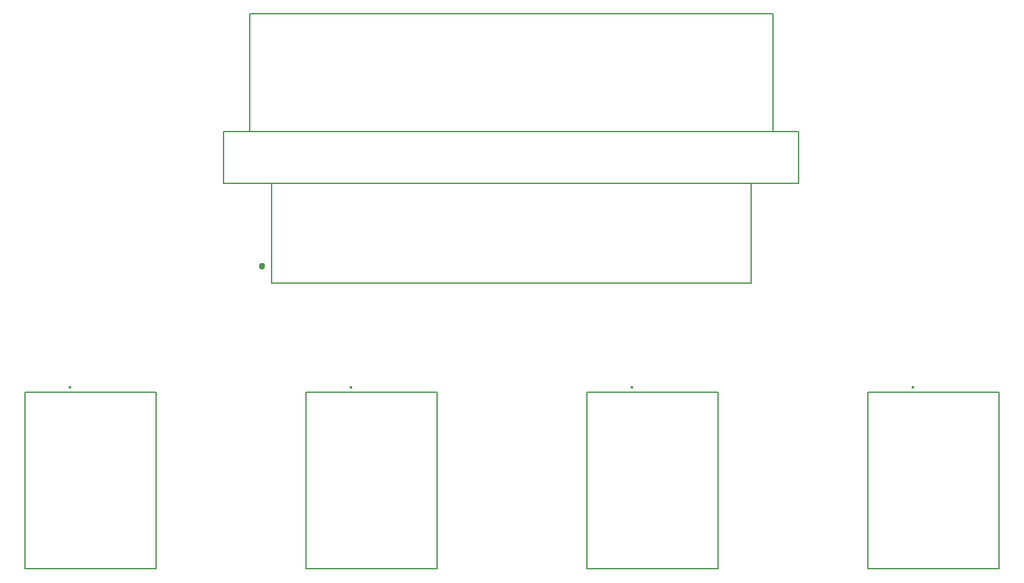
<source format=gbr>
%FSTAX23Y23*%
%MOIN*%
%SFA1B1*%

%IPPOS*%
%ADD10C,0.007870*%
%ADD11C,0.005000*%
%ADD31C,0.015750*%
%LNbackplane_mechanical_13-1*%
%LPD*%
G54D10*
X00403Y01477D02*
D01*
X00403Y01477*
X00403Y01478*
X00403Y01478*
X00403Y01478*
X00403Y01478*
X00403Y01479*
X00403Y01479*
X00403Y01479*
X00403Y01479*
X00403Y0148*
X00402Y0148*
X00402Y0148*
X00402Y0148*
X00402Y0148*
X00401Y01481*
X00401Y01481*
X00401Y01481*
X00401Y01481*
X004Y01481*
X004Y01481*
X004Y01481*
X004Y01481*
X00399*
X00399Y01481*
X00399Y01481*
X00399Y01481*
X00398Y01481*
X00398Y01481*
X00398Y01481*
X00398Y01481*
X00397Y0148*
X00397Y0148*
X00397Y0148*
X00397Y0148*
X00396Y0148*
X00396Y01479*
X00396Y01479*
X00396Y01479*
X00396Y01479*
X00396Y01478*
X00396Y01478*
X00396Y01478*
X00396Y01478*
X00396Y01477*
X00396Y01477*
X00396Y01477*
X00396Y01477*
X00396Y01476*
X00396Y01476*
X00396Y01476*
X00396Y01475*
X00396Y01475*
X00396Y01475*
X00396Y01475*
X00396Y01475*
X00397Y01474*
X00397Y01474*
X00397Y01474*
X00397Y01474*
X00398Y01474*
X00398Y01474*
X00398Y01473*
X00398Y01473*
X00399Y01473*
X00399Y01473*
X00399Y01473*
X00399Y01473*
X004*
X004Y01473*
X004Y01473*
X004Y01473*
X00401Y01473*
X00401Y01473*
X00401Y01474*
X00401Y01474*
X00402Y01474*
X00402Y01474*
X00402Y01474*
X00402Y01474*
X00403Y01475*
X00403Y01475*
X00403Y01475*
X00403Y01475*
X00403Y01475*
X00403Y01476*
X00403Y01476*
X00403Y01476*
X00403Y01477*
X00403Y01477*
X00403Y01477*
X04903D02*
D01*
X04903Y01477*
X04903Y01478*
X04903Y01478*
X04903Y01478*
X04903Y01478*
X04903Y01479*
X04903Y01479*
X04903Y01479*
X04903Y01479*
X04903Y0148*
X04902Y0148*
X04902Y0148*
X04902Y0148*
X04902Y0148*
X04901Y01481*
X04901Y01481*
X04901Y01481*
X04901Y01481*
X049Y01481*
X049Y01481*
X049Y01481*
X049Y01481*
X04899*
X04899Y01481*
X04899Y01481*
X04899Y01481*
X04898Y01481*
X04898Y01481*
X04898Y01481*
X04898Y01481*
X04897Y0148*
X04897Y0148*
X04897Y0148*
X04897Y0148*
X04896Y0148*
X04896Y01479*
X04896Y01479*
X04896Y01479*
X04896Y01479*
X04896Y01478*
X04896Y01478*
X04896Y01478*
X04896Y01478*
X04896Y01477*
X04896Y01477*
X04896Y01477*
X04896Y01477*
X04896Y01476*
X04896Y01476*
X04896Y01476*
X04896Y01475*
X04896Y01475*
X04896Y01475*
X04896Y01475*
X04896Y01475*
X04897Y01474*
X04897Y01474*
X04897Y01474*
X04897Y01474*
X04898Y01474*
X04898Y01474*
X04898Y01473*
X04898Y01473*
X04899Y01473*
X04899Y01473*
X04899Y01473*
X04899Y01473*
X049*
X049Y01473*
X049Y01473*
X049Y01473*
X04901Y01473*
X04901Y01473*
X04901Y01474*
X04901Y01474*
X04902Y01474*
X04902Y01474*
X04902Y01474*
X04902Y01474*
X04903Y01475*
X04903Y01475*
X04903Y01475*
X04903Y01475*
X04903Y01475*
X04903Y01476*
X04903Y01476*
X04903Y01476*
X04903Y01477*
X04903Y01477*
X04903Y01477*
X01903D02*
D01*
X01903Y01477*
X01903Y01478*
X01903Y01478*
X01903Y01478*
X01903Y01478*
X01903Y01479*
X01903Y01479*
X01903Y01479*
X01903Y01479*
X01903Y0148*
X01902Y0148*
X01902Y0148*
X01902Y0148*
X01902Y0148*
X01901Y01481*
X01901Y01481*
X01901Y01481*
X01901Y01481*
X019Y01481*
X019Y01481*
X019Y01481*
X019Y01481*
X01899*
X01899Y01481*
X01899Y01481*
X01899Y01481*
X01898Y01481*
X01898Y01481*
X01898Y01481*
X01898Y01481*
X01897Y0148*
X01897Y0148*
X01897Y0148*
X01897Y0148*
X01896Y0148*
X01896Y01479*
X01896Y01479*
X01896Y01479*
X01896Y01479*
X01896Y01478*
X01896Y01478*
X01896Y01478*
X01896Y01478*
X01896Y01477*
X01896Y01477*
X01896Y01477*
X01896Y01477*
X01896Y01476*
X01896Y01476*
X01896Y01476*
X01896Y01475*
X01896Y01475*
X01896Y01475*
X01896Y01475*
X01896Y01475*
X01897Y01474*
X01897Y01474*
X01897Y01474*
X01897Y01474*
X01898Y01474*
X01898Y01474*
X01898Y01473*
X01898Y01473*
X01899Y01473*
X01899Y01473*
X01899Y01473*
X01899Y01473*
X019*
X019Y01473*
X019Y01473*
X019Y01473*
X01901Y01473*
X01901Y01473*
X01901Y01474*
X01901Y01474*
X01902Y01474*
X01902Y01474*
X01902Y01474*
X01902Y01474*
X01903Y01475*
X01903Y01475*
X01903Y01475*
X01903Y01475*
X01903Y01475*
X01903Y01476*
X01903Y01476*
X01903Y01476*
X01903Y01477*
X01903Y01477*
X01903Y01477*
X03403D02*
D01*
X03403Y01477*
X03403Y01478*
X03403Y01478*
X03403Y01478*
X03403Y01478*
X03403Y01479*
X03403Y01479*
X03403Y01479*
X03403Y01479*
X03403Y0148*
X03402Y0148*
X03402Y0148*
X03402Y0148*
X03402Y0148*
X03401Y01481*
X03401Y01481*
X03401Y01481*
X03401Y01481*
X034Y01481*
X034Y01481*
X034Y01481*
X034Y01481*
X03399*
X03399Y01481*
X03399Y01481*
X03399Y01481*
X03398Y01481*
X03398Y01481*
X03398Y01481*
X03398Y01481*
X03397Y0148*
X03397Y0148*
X03397Y0148*
X03397Y0148*
X03396Y0148*
X03396Y01479*
X03396Y01479*
X03396Y01479*
X03396Y01479*
X03396Y01478*
X03396Y01478*
X03396Y01478*
X03396Y01478*
X03396Y01477*
X03396Y01477*
X03396Y01477*
X03396Y01477*
X03396Y01476*
X03396Y01476*
X03396Y01476*
X03396Y01475*
X03396Y01475*
X03396Y01475*
X03396Y01475*
X03396Y01475*
X03397Y01474*
X03397Y01474*
X03397Y01474*
X03397Y01474*
X03398Y01474*
X03398Y01474*
X03398Y01473*
X03398Y01473*
X03399Y01473*
X03399Y01473*
X03399Y01473*
X03399Y01473*
X034*
X034Y01473*
X034Y01473*
X034Y01473*
X03401Y01473*
X03401Y01473*
X03401Y01474*
X03401Y01474*
X03402Y01474*
X03402Y01474*
X03402Y01474*
X03402Y01474*
X03403Y01475*
X03403Y01475*
X03403Y01475*
X03403Y01475*
X03403Y01475*
X03403Y01476*
X03403Y01476*
X03403Y01476*
X03403Y01477*
X03403Y01477*
X03403Y01477*
G54D11*
X01476Y02036D02*
Y02568D01*
Y02036D02*
X04035D01*
Y02568*
X04153Y02843D02*
Y03473D01*
X01358D02*
X04153D01*
X01358Y02843D02*
Y03473D01*
X0122Y02843D02*
X01358D01*
X04153*
X04291*
Y02568D02*
Y02843D01*
X04035Y02568D02*
X04291D01*
X01476D02*
X04035D01*
X0122D02*
X01476D01*
X0122D02*
Y02843D01*
X0086Y00508D02*
Y01452D01*
Y00508D02*
Y01452D01*
X00159D02*
X0086D01*
X00159Y00508D02*
Y01452D01*
Y00508D02*
X0086D01*
X04659D02*
X0536D01*
X04659D02*
Y01452D01*
X0536*
Y00508D02*
Y01452D01*
Y00508D02*
Y01452D01*
X0236Y00508D02*
Y01452D01*
Y00508D02*
Y01452D01*
X01659D02*
X0236D01*
X01659Y00508D02*
Y01452D01*
Y00508D02*
X0236D01*
X03159D02*
X0386D01*
X03159D02*
Y01452D01*
X0386*
Y00508D02*
Y01452D01*
Y00508D02*
Y01452D01*
G54D31*
X01431Y02127D02*
D01*
X01431Y02127*
X01431Y02128*
X01431Y02128*
X01431Y02129*
X01431Y02129*
X01431Y0213*
X0143Y0213*
X0143Y02131*
X0143Y02131*
X01429Y02132*
X01429Y02132*
X01429Y02133*
X01428Y02133*
X01428Y02133*
X01427Y02133*
X01427Y02134*
X01426Y02134*
X01426Y02134*
X01425Y02134*
X01425Y02134*
X01424Y02134*
X01424Y02135*
X01423*
X01423Y02134*
X01422Y02134*
X01421Y02134*
X01421Y02134*
X0142Y02134*
X0142Y02134*
X01419Y02133*
X01419Y02133*
X01419Y02133*
X01418Y02133*
X01418Y02132*
X01417Y02132*
X01417Y02131*
X01417Y02131*
X01416Y0213*
X01416Y0213*
X01416Y02129*
X01416Y02129*
X01416Y02128*
X01416Y02128*
X01416Y02127*
X01416Y02127*
X01416Y02126*
X01416Y02126*
X01416Y02125*
X01416Y02125*
X01416Y02124*
X01416Y02123*
X01416Y02123*
X01417Y02122*
X01417Y02122*
X01417Y02122*
X01418Y02121*
X01418Y02121*
X01419Y0212*
X01419Y0212*
X01419Y0212*
X0142Y0212*
X0142Y02119*
X01421Y02119*
X01421Y02119*
X01422Y02119*
X01423Y02119*
X01423Y02119*
X01424*
X01424Y02119*
X01425Y02119*
X01425Y02119*
X01426Y02119*
X01426Y02119*
X01427Y0212*
X01427Y0212*
X01428Y0212*
X01428Y0212*
X01429Y02121*
X01429Y02121*
X01429Y02122*
X0143Y02122*
X0143Y02122*
X0143Y02123*
X01431Y02123*
X01431Y02124*
X01431Y02125*
X01431Y02125*
X01431Y02126*
X01431Y02126*
X01431Y02127*
M02*
</source>
